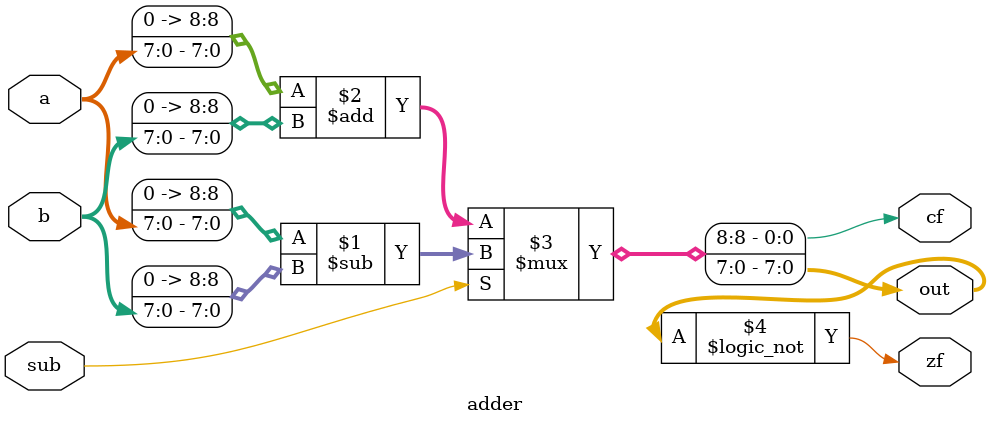
<source format=v>
module adder(
    input   [7:0]   a,
    input   [7:0]   b,
    input           sub,

    output  [7:0]   out,
    output          cf,
    output          zf
);
    assign {cf, out} = sub ? {1'b0, a} - {1'b0, b} : {1'b0, a} + {1'b0, b};

    assign zf = (out == 8'b0);
endmodule

</source>
